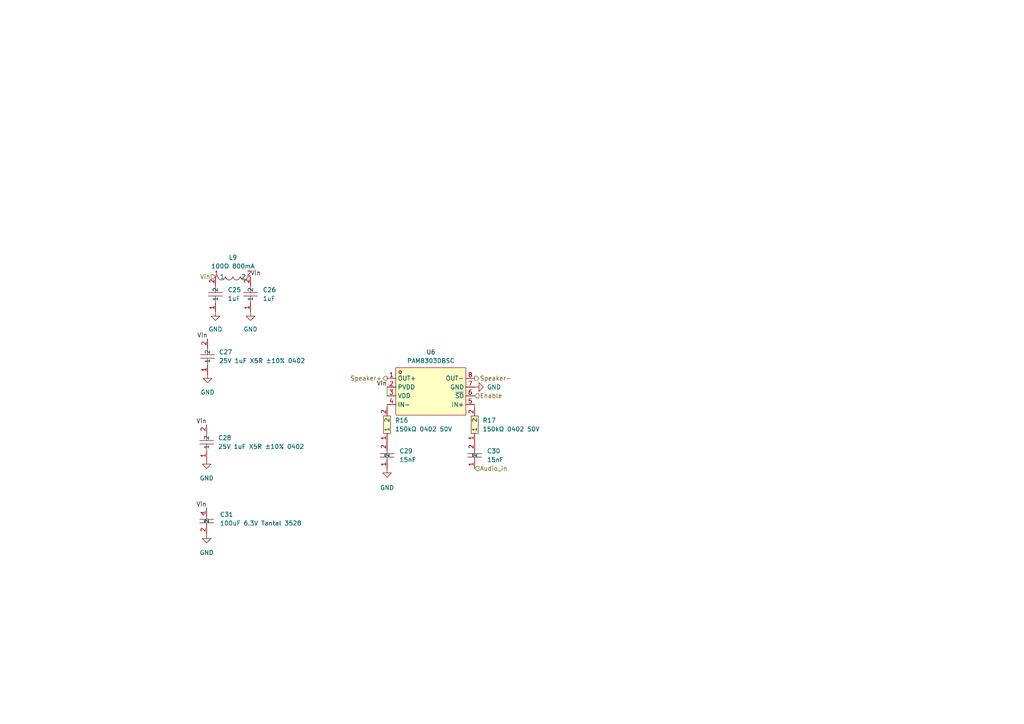
<source format=kicad_sch>
(kicad_sch (version 20211123) (generator eeschema)
  (paper "A4")
  (lib_symbols
    (symbol "easyeda2kicad: 50V 15nF X7R ±10% 0603"
      (property "Reference" "C" (at 0 5.08 0))
      (property "Value" " 50V 15nF X7R ±10% 0603" (at 0 -5.08 0))
      (symbol " 50V 15nF X7R ±10% 0603_0_1"
        (polyline (pts (xy -1.27 0) (xy -0.51 0)))
        (polyline (pts (xy -0.51 2.03) (xy -0.51 -2.03)))
        (polyline (pts (xy 0.51 0) (xy 1.27 0)))
        (polyline (pts (xy 0.51 2.03) (xy 0.51 -2.03)))
        (pin input line (at -3.81 0 0) (length 2.54) (name "1") (number "1"))
        (pin input line (at 3.81 0 180) (length 2.54) (name "2") (number "2"))
      )
    )
    (symbol "easyeda2kicad:100uF 6.3V Tantal 3528"
      (property "Reference" "C" (at 0 5.08 0))
      (property "Value" "100uF 6.3V Tantal 3528" (at 0 -5.08 0))
      (symbol "100uF 6.3V Tantal 3528_0_1"
        (polyline (pts (xy -0.51 0) (xy -1.27 0)))
        (polyline (pts (xy -0.51 2.03) (xy -0.51 -2.03)))
        (polyline (pts (xy 0.51 2.03) (xy 0.51 -2.03)))
        (polyline (pts (xy 1.27 0) (xy 0.51 0)))
        (polyline (pts (xy 2.03 1.52) (xy 2.03 0.51)))
        (polyline (pts (xy 2.54 1.02) (xy 1.52 1.02)))
        (pin input line (at 3.81 0 180) (length 2.54) (name "1") (number "1"))
        (pin input line (at -3.81 0 0) (length 2.54) (name "2") (number "2"))
      )
    )
    (symbol "easyeda2kicad:100Ω 800mA"
      (property "Reference" "L" (at 0 5.08 0))
      (property "Value" "100Ω 800mA" (at 0 -5.08 0))
      (symbol "100Ω 800mA_0_1"
        (arc (start -4.29 -0.02) (mid -2.52 -0.79) (end -2.27 -0.02))
        (arc (start -2.13 -0.02) (mid -0.36 -0.79) (end -0.11 -0.02))
        (arc (start 0.02 -0.02) (mid 1.79 -0.79) (end 2.04 -0.02))
        (arc (start 2.21 -0.02) (mid 3.3 -1.12) (end 4.23 -0.02))
        (pin unspecified line (at -5.08 0 0) (length 0.762) (name "1") (number "1"))
        (pin unspecified line (at 5.08 0 180) (length 0.762) (name "2") (number "2"))
      )
    )
    (symbol "easyeda2kicad:150kΩ 0402 50V"
      (property "Reference" "R" (at 0 5.08 0))
      (property "Value" "150kΩ 0402 50V" (at 0 -5.08 0))
      (symbol "150kΩ 0402 50V_0_1"
        (rectangle (start -2.54 1.02) (end 2.54 -1.02) (fill (type background)))
        (pin input line (at -5.08 0 0) (length 2.54) (name "1") (number "1"))
        (pin input line (at 5.08 0 180) (length 2.54) (name "2") (number "2"))
      )
    )
    (symbol "easyeda2kicad:25V 1uF X5R ±10% 0402"
      (property "Reference" "C" (at 0 5.08 0))
      (property "Value" "25V 1uF X5R ±10% 0402" (at 0 -5.08 0))
      (symbol "25V 1uF X5R ±10% 0402_0_1"
        (polyline (pts (xy -0.51 -2.03) (xy -0.51 2.03)))
        (polyline (pts (xy -0.51 0) (xy -2.54 0)))
        (polyline (pts (xy 0.51 2.03) (xy 0.51 -2.03)))
        (polyline (pts (xy 2.54 0) (xy 0.51 0)))
        (pin unspecified line (at -5.08 0 0) (length 2.54) (name "1") (number "1"))
        (pin unspecified line (at 5.08 0 180) (length 2.54) (name "2") (number "2"))
      )
    )
    (symbol "easyeda2kicad:PAM8303DBSC"
      (property "Reference" "U" (at 0 8.89 0))
      (property "Value" "PAM8303DBSC" (at 0 -8.89 0))
      (symbol "PAM8303DBSC_0_1"
        (rectangle (start -10.16 6.86) (end 10.16 -6.86) (fill (type background)))
        (circle (center -8.89 5.59) (radius 0.38))
        (circle (center -8.89 5.59) (radius 0.38))
        (pin unspecified line (at -12.7 3.81 0) (length 2.54) (name "OUT+") (number "1"))
        (pin unspecified line (at -12.7 1.27 0) (length 2.54) (name "PVDD") (number "2"))
        (pin unspecified line (at -12.7 -1.27 0) (length 2.54) (name "VDD") (number "3"))
        (pin unspecified line (at -12.7 -3.81 0) (length 2.54) (name "IN-") (number "4"))
        (pin unspecified line (at 12.7 -3.81 180) (length 2.54) (name "IN+") (number "5"))
        (pin unspecified line (at 12.7 -1.27 180) (length 2.54) (name "~{SD}") (number "6"))
        (pin unspecified line (at 12.7 1.27 180) (length 2.54) (name "GND") (number "7"))
        (pin unspecified line (at 12.7 3.81 180) (length 2.54) (name "OUT-") (number "8"))
      )
    )
    (symbol "power:GND" (power) (pin_names (offset 0))
      (property "Value" "GND" (at 0 -3.81 0))
      (symbol "GND_0_1"
        (polyline (pts (xy 0 0) (xy 0 -1.27) (xy 1.27 -1.27) (xy 0 -2.54) (xy -1.27 -1.27) (xy 0 -1.27)))
      )
      (symbol "GND_1_1"
        (pin power_in line (at 0 0 270) (length 0) hide (name "GND") (number "1"))
      )
    )
  )
  (wire (pts (xy 137.668 118.11) (xy 137.668 117.348)))
  (wire (pts (xy 112.268 118.11) (xy 112.268 117.348)))
  (wire (pts (xy 112.268 112.268) (xy 112.268 114.808)))
  (label "Vin" (at 60.198 98.298 180))
  (label "Vin" (at 59.944 123.19 180))
  (label "Vin" (at 72.644 80.264 0))
  (label "Vin" (at 112.268 112.268 180))
  (label "Vin" (at 59.944 147.32 180))
  (hierarchical_label "Audio_in" (shape input) (at 137.668 135.89 0))
  (hierarchical_label "Vin" (shape input) (at 62.484 80.264 180))
  (hierarchical_label "Speaker-" (shape output) (at 137.668 109.728 0))
  (hierarchical_label "Enable" (shape input) (at 137.668 114.808 0))
  (hierarchical_label "Speaker+" (shape output) (at 112.268 109.728 180))
  (symbol (lib_id "easyeda2kicad:PAM8303DBSC") (at 124.968 113.538 0) (unit 1)
    (property "Reference" "U6" (at 124.968 102.108 0))
    (property "Value" "PAM8303DBSC" (at 124.968 104.648 0))
    (property "Footprint" "easyeda2kicad:MSOP-8_L3.0-W3.0-P0.65-LS5.0-BL" (effects hide))
    (property "Datasheet" "https://lcsc.com/product-detail/Audio-Power-OpAmps_Diodes-Inc-PAM8303DBSC_C56211.html" (effects hide))
    (property "Manufacturer" "DIODES(美台)" (effects hide))
    (property "LCSC Part" "C56211" (effects hide))
    (property "JLC Part" "Extended Part" (effects hide))
  )
  (symbol (lib_id "power:GND") (at 62.484 90.424 0) (unit 1)
    (property "Reference" "#PWR0163" (effects hide))
    (property "Value" "GND" (at 62.484 95.504 0))
  )
  (symbol (lib_id "easyeda2kicad:100Ω 800mA") (at 67.564 80.264 0) (unit 1)
    (property "Reference" "L9" (at 67.564 74.676 0))
    (property "Value" "100Ω 800mA" (at 67.564 77.216 0))
    (property "Footprint" "easyeda2kicad:L0805" (effects hide))
    (property "Datasheet" "https://lcsc.com/product-detail/Ferrite-Beads-And-Chips_100R-25-100MHz_C1015.html" (effects hide))
    (property "Manufacturer" "Sunlord(顺络)" (effects hide))
    (property "LCSC Part" "C1015" (effects hide))
    (property "JLC Part" "Basic Part" (effects hide))
  )
  (symbol (lib_id "power:GND") (at 59.944 133.35 0) (unit 1)
    (property "Reference" "#PWR0161" (effects hide))
    (property "Value" "GND" (at 59.944 138.684 0))
  )
  (symbol (lib_id "easyeda2kicad:25V 1uF X5R ±10% 0402") (at 62.484 85.344 90) (unit 1)
    (property "Reference" "C25" (at 66.04 84.0739 90) (effects (justify right)))
    (property "Value" "1uF" (at 66.04 86.6139 90) (effects (justify right)))
    (property "Footprint" "easyeda2kicad:C0402" (effects hide))
    (property "Datasheet" "https://lcsc.com/product-detail/Multilayer-Ceramic-Capacitors-MLCC-SMD-SMT_SAMSUNG_CL05A105KA5NQNC_1uF-105-10-25V_C52923.html" (effects hide))
    (property "Manufacturer" "SAMSUNG(三星)" (effects hide))
    (property "LCSC Part" "C52923" (effects hide))
    (property "JLC Part" "Basic Part" (effects hide))
  )
  (symbol (lib_id "power:GND") (at 60.198 108.458 0) (unit 1)
    (property "Reference" "#PWR0162" (effects hide))
    (property "Value" "GND" (at 60.198 113.792 0))
  )
  (symbol (lib_id "power:GND") (at 137.668 112.268 90) (unit 1)
    (property "Reference" "#PWR0159" (effects hide))
    (property "Value" "GND" (at 141.224 112.2679 90) (effects (justify right)))
  )
  (symbol (lib_id "easyeda2kicad:100uF 6.3V Tantal 3528") (at 59.944 151.13 90) (unit 1)
    (property "Reference" "C31" (at 63.754 149.2249 90) (effects (justify right)))
    (property "Value" "100uF 6.3V Tantal 3528" (at 63.754 151.7649 90) (effects (justify right)))
    (property "Footprint" "easyeda2kicad:CAP-SMD_L3.5-W2.8" (effects hide))
    (property "Datasheet" "https://lcsc.com/product-detail/Tantalum-Capacitors_AVX_TAJB107K006RNJ_100uF-107-10-6-3V_C16133.html" (effects hide))
    (property "Manufacturer" "Kyocera AVX" (effects hide))
    (property "LCSC Part" "C16133" (effects hide))
    (property "JLC Part" "Basic Part" (effects hide))
  )
  (symbol (lib_id "easyeda2kicad:25V 1uF X5R ±10% 0402") (at 60.198 103.378 90) (unit 1)
    (property "Reference" "C27" (at 63.5 102.1079 90) (effects (justify right)))
    (property "Value" "25V 1uF X5R ±10% 0402" (at 63.5 104.6479 90) (effects (justify right)))
    (property "Footprint" "easyeda2kicad:C0402" (effects hide))
    (property "Datasheet" "https://lcsc.com/product-detail/Multilayer-Ceramic-Capacitors-MLCC-SMD-SMT_SAMSUNG_CL05A105KA5NQNC_1uF-105-10-25V_C52923.html" (effects hide))
    (property "Manufacturer" "SAMSUNG(三星)" (effects hide))
    (property "LCSC Part" "C52923" (effects hide))
    (property "JLC Part" "Basic Part" (effects hide))
  )
  (symbol (lib_id "easyeda2kicad: 50V 15nF X7R ±10% 0603") (at 112.268 132.08 90) (unit 1)
    (property "Reference" "C29" (at 115.824 130.8099 90) (effects (justify right)))
    (property "Value" "15nF" (at 115.824 133.3499 90) (effects (justify right)))
    (property "Footprint" "easyeda2kicad:C0603" (effects hide))
    (property "Datasheet" "https://lcsc.com/product-detail/Multilayer-Ceramic-Capacitors-MLCC-SMD-SMT_15nF-153-10-50V_C1596.html" (effects hide))
    (property "Manufacturer" "FH(风华)" (effects hide))
    (property "LCSC Part" "C1596" (effects hide))
    (property "JLC Part" "Basic Part" (effects hide))
  )
  (symbol (lib_id "power:GND") (at 59.944 154.94 0) (unit 1)
    (property "Reference" "#PWR0160" (effects hide))
    (property "Value" "GND" (at 59.944 160.274 0))
  )
  (symbol (lib_id "power:GND") (at 72.644 90.424 0) (unit 1)
    (property "Reference" "#PWR0164" (effects hide))
    (property "Value" "GND" (at 72.644 95.504 0))
  )
  (symbol (lib_id "power:GND") (at 112.268 135.89 0) (unit 1)
    (property "Reference" "#PWR0158" (effects hide))
    (property "Value" "GND" (at 112.268 141.478 0))
  )
  (symbol (lib_id "easyeda2kicad:25V 1uF X5R ±10% 0402") (at 59.944 128.27 90) (unit 1)
    (property "Reference" "C28" (at 63.246 126.9999 90) (effects (justify right)))
    (property "Value" "25V 1uF X5R ±10% 0402" (at 63.246 129.5399 90) (effects (justify right)))
    (property "Footprint" "easyeda2kicad:C0402" (effects hide))
    (property "Datasheet" "https://lcsc.com/product-detail/Multilayer-Ceramic-Capacitors-MLCC-SMD-SMT_SAMSUNG_CL05A105KA5NQNC_1uF-105-10-25V_C52923.html" (effects hide))
    (property "Manufacturer" "SAMSUNG(三星)" (effects hide))
    (property "LCSC Part" "C52923" (effects hide))
    (property "JLC Part" "Basic Part" (effects hide))
  )
  (symbol (lib_id "easyeda2kicad:150kΩ 0402 50V") (at 112.268 123.19 90) (unit 1)
    (property "Reference" "R16" (at 114.554 121.9199 90) (effects (justify right)))
    (property "Value" "150kΩ 0402 50V" (at 114.554 124.4599 90) (effects (justify right)))
    (property "Footprint" "easyeda2kicad:R0402" (effects hide))
    (property "Datasheet" "https://lcsc.com/product-detail/Chip-Resistor-Surface-Mount-UniOhm_150KR-1503-1_C25755.html" (effects hide))
    (property "Manufacturer" "UNI-ROYAL(厚声)" (effects hide))
    (property "LCSC Part" "C25755" (effects hide))
    (property "JLC Part" "Basic Part" (effects hide))
  )
  (symbol (lib_id "easyeda2kicad:150kΩ 0402 50V") (at 137.668 123.19 90) (unit 1)
    (property "Reference" "R17" (at 139.954 121.9199 90) (effects (justify right)))
    (property "Value" "150kΩ 0402 50V" (at 139.954 124.4599 90) (effects (justify right)))
    (property "Footprint" "easyeda2kicad:R0402" (effects hide))
    (property "Datasheet" "https://lcsc.com/product-detail/Chip-Resistor-Surface-Mount-UniOhm_150KR-1503-1_C25755.html" (effects hide))
    (property "Manufacturer" "UNI-ROYAL(厚声)" (effects hide))
    (property "LCSC Part" "C25755" (effects hide))
    (property "JLC Part" "Basic Part" (effects hide))
  )
  (symbol (lib_id "easyeda2kicad:25V 1uF X5R ±10% 0402") (at 72.644 85.344 90) (unit 1)
    (property "Reference" "C26" (at 76.2 84.0739 90) (effects (justify right)))
    (property "Value" "1uF" (at 76.2 86.6139 90) (effects (justify right)))
    (property "Footprint" "easyeda2kicad:C0402" (effects hide))
    (property "Datasheet" "https://lcsc.com/product-detail/Multilayer-Ceramic-Capacitors-MLCC-SMD-SMT_SAMSUNG_CL05A105KA5NQNC_1uF-105-10-25V_C52923.html" (effects hide))
    (property "Manufacturer" "SAMSUNG(三星)" (effects hide))
    (property "LCSC Part" "C52923" (effects hide))
    (property "JLC Part" "Basic Part" (effects hide))
  )
  (symbol (lib_id "easyeda2kicad: 50V 15nF X7R ±10% 0603") (at 137.668 132.08 90) (unit 1)
    (property "Reference" "C30" (at 141.224 130.8099 90) (effects (justify right)))
    (property "Value" "15nF" (at 141.224 133.3499 90) (effects (justify right)))
    (property "Footprint" "easyeda2kicad:C0603" (effects hide))
    (property "Datasheet" "https://lcsc.com/product-detail/Multilayer-Ceramic-Capacitors-MLCC-SMD-SMT_15nF-153-10-50V_C1596.html" (effects hide))
    (property "Manufacturer" "FH(风华)" (effects hide))
    (property "LCSC Part" "C1596" (effects hide))
    (property "JLC Part" "Basic Part" (effects hide))
  )
)
</source>
